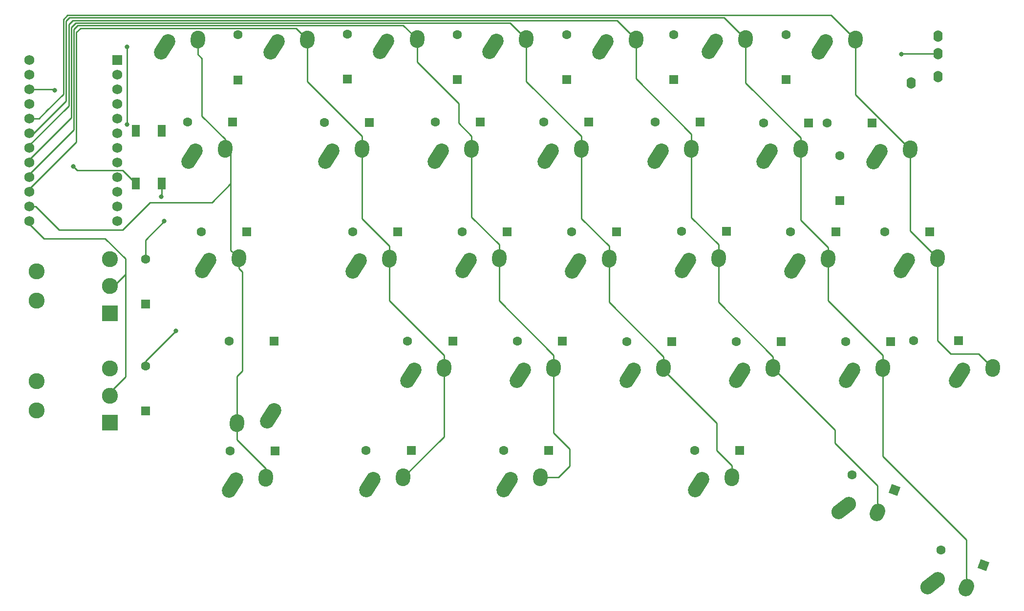
<source format=gbl>
G04 #@! TF.GenerationSoftware,KiCad,Pcbnew,(6.0.10-0)*
G04 #@! TF.CreationDate,2022-12-25T19:45:41-08:00*
G04 #@! TF.ProjectId,left,6c656674-2e6b-4696-9361-645f70636258,rev?*
G04 #@! TF.SameCoordinates,Original*
G04 #@! TF.FileFunction,Copper,L2,Bot*
G04 #@! TF.FilePolarity,Positive*
%FSLAX46Y46*%
G04 Gerber Fmt 4.6, Leading zero omitted, Abs format (unit mm)*
G04 Created by KiCad (PCBNEW (6.0.10-0)) date 2022-12-25 19:45:41*
%MOMM*%
%LPD*%
G01*
G04 APERTURE LIST*
G04 Aperture macros list*
%AMHorizOval*
0 Thick line with rounded ends*
0 $1 width*
0 $2 $3 position (X,Y) of the first rounded end (center of the circle)*
0 $4 $5 position (X,Y) of the second rounded end (center of the circle)*
0 Add line between two ends*
20,1,$1,$2,$3,$4,$5,0*
0 Add two circle primitives to create the rounded ends*
1,1,$1,$2,$3*
1,1,$1,$4,$5*%
%AMRotRect*
0 Rectangle, with rotation*
0 The origin of the aperture is its center*
0 $1 length*
0 $2 width*
0 $3 Rotation angle, in degrees counterclockwise*
0 Add horizontal line*
21,1,$1,$2,0,0,$3*%
G04 Aperture macros list end*
G04 #@! TA.AperFunction,ComponentPad*
%ADD10R,1.600000X1.600000*%
G04 #@! TD*
G04 #@! TA.AperFunction,ComponentPad*
%ADD11C,1.600000*%
G04 #@! TD*
G04 #@! TA.AperFunction,ComponentPad*
%ADD12RotRect,1.600000X1.600000X160.000000*%
G04 #@! TD*
G04 #@! TA.AperFunction,ComponentPad*
%ADD13HorizOval,2.500000X-0.604462X-0.948815X0.604462X0.948815X0*%
G04 #@! TD*
G04 #@! TA.AperFunction,ComponentPad*
%ADD14HorizOval,2.500000X-0.019724X-0.289328X0.019724X0.289328X0*%
G04 #@! TD*
G04 #@! TA.AperFunction,ComponentPad*
%ADD15HorizOval,2.500000X0.604462X0.948815X-0.604462X-0.948815X0*%
G04 #@! TD*
G04 #@! TA.AperFunction,ComponentPad*
%ADD16HorizOval,2.500000X0.019724X0.289328X-0.019724X-0.289328X0*%
G04 #@! TD*
G04 #@! TA.AperFunction,ComponentPad*
%ADD17O,1.600000X2.000000*%
G04 #@! TD*
G04 #@! TA.AperFunction,ComponentPad*
%ADD18HorizOval,2.500000X-0.892523X-0.684857X0.892523X0.684857X0*%
G04 #@! TD*
G04 #@! TA.AperFunction,ComponentPad*
%ADD19HorizOval,2.500000X-0.117491X-0.265134X0.117491X0.265134X0*%
G04 #@! TD*
G04 #@! TA.AperFunction,ComponentPad*
%ADD20R,2.775000X2.775000*%
G04 #@! TD*
G04 #@! TA.AperFunction,ComponentPad*
%ADD21C,2.775000*%
G04 #@! TD*
G04 #@! TA.AperFunction,SMDPad,CuDef*
%ADD22R,1.400000X2.100000*%
G04 #@! TD*
G04 #@! TA.AperFunction,ComponentPad*
%ADD23R,1.752600X1.752600*%
G04 #@! TD*
G04 #@! TA.AperFunction,ComponentPad*
%ADD24C,1.752600*%
G04 #@! TD*
G04 #@! TA.AperFunction,ViaPad*
%ADD25C,0.800000*%
G04 #@! TD*
G04 #@! TA.AperFunction,Conductor*
%ADD26C,0.250000*%
G04 #@! TD*
G04 APERTURE END LIST*
D10*
X76000000Y-41475000D03*
D11*
X76000000Y-33675000D03*
D10*
X95000000Y-41325000D03*
D11*
X95000000Y-33525000D03*
D10*
X114000000Y-41400000D03*
D11*
X114000000Y-33600000D03*
D10*
X75100000Y-48800000D03*
D11*
X67300000Y-48800000D03*
D10*
X77500000Y-67800000D03*
D11*
X69700000Y-67800000D03*
D10*
X82250000Y-86825000D03*
D11*
X74450000Y-86825000D03*
D10*
X82425000Y-105850000D03*
D11*
X74625000Y-105850000D03*
D10*
X103725000Y-67850000D03*
D11*
X95925000Y-67850000D03*
D10*
X106025000Y-105775000D03*
D11*
X98225000Y-105775000D03*
D10*
X118025000Y-48825000D03*
D11*
X110225000Y-48825000D03*
D10*
X122650000Y-67800000D03*
D11*
X114850000Y-67800000D03*
D10*
X132250000Y-86825000D03*
D11*
X124450000Y-86825000D03*
D10*
X129850000Y-105800000D03*
D11*
X122050000Y-105800000D03*
D10*
X133000000Y-41400000D03*
D11*
X133000000Y-33600000D03*
D10*
X136775000Y-48800000D03*
D11*
X128975000Y-48800000D03*
D10*
X141625000Y-67825000D03*
D11*
X133825000Y-67825000D03*
D10*
X151200000Y-86850000D03*
D11*
X143400000Y-86850000D03*
D10*
X163000000Y-105800000D03*
D11*
X155200000Y-105800000D03*
D10*
X151500000Y-41400000D03*
D11*
X151500000Y-33600000D03*
D10*
X156125000Y-48825000D03*
D11*
X148325000Y-48825000D03*
D10*
X160675000Y-67775000D03*
D11*
X152875000Y-67775000D03*
D10*
X170175000Y-86850000D03*
D11*
X162375000Y-86850000D03*
D10*
X171000000Y-41400000D03*
D11*
X171000000Y-33600000D03*
D10*
X174900000Y-49000000D03*
D11*
X167100000Y-49000000D03*
D10*
X179600000Y-67825000D03*
D11*
X171800000Y-67825000D03*
D10*
X189125000Y-86850000D03*
D11*
X181325000Y-86850000D03*
D12*
X205214801Y-125708879D03*
D11*
X197885199Y-123041121D03*
D10*
X185900000Y-49000000D03*
D11*
X178100000Y-49000000D03*
D10*
X180280000Y-62400000D03*
D11*
X180280000Y-54600000D03*
D10*
X195900000Y-67825000D03*
D11*
X188100000Y-67825000D03*
D13*
X63270000Y-35730000D03*
D14*
X69045000Y-34460000D03*
D13*
X82245000Y-35730000D03*
D14*
X88020000Y-34460000D03*
D13*
X101270000Y-35705000D03*
D14*
X107045000Y-34435000D03*
D13*
X68020000Y-54705000D03*
D14*
X73795000Y-53435000D03*
D13*
X70395000Y-73705000D03*
D14*
X76170000Y-72435000D03*
D15*
X81655000Y-99745000D03*
D16*
X75880000Y-101015000D03*
D13*
X75095000Y-111755000D03*
D14*
X80870000Y-110485000D03*
D13*
X91745000Y-54755000D03*
D14*
X97520000Y-53485000D03*
D13*
X96495000Y-73755000D03*
D14*
X102270000Y-72485000D03*
D13*
X105945000Y-92730000D03*
D14*
X111720000Y-91460000D03*
D13*
X98870000Y-111705000D03*
D14*
X104645000Y-110435000D03*
D13*
X110745000Y-54705000D03*
D14*
X116520000Y-53435000D03*
D13*
X115520000Y-73705000D03*
D14*
X121295000Y-72435000D03*
D13*
X124970000Y-92730000D03*
D14*
X130745000Y-91460000D03*
D13*
X122620000Y-111730000D03*
D14*
X128395000Y-110460000D03*
D13*
X120220000Y-35705000D03*
D14*
X125995000Y-34435000D03*
D13*
X129745000Y-54730000D03*
D14*
X135520000Y-53460000D03*
D13*
X134545000Y-73730000D03*
D14*
X140320000Y-72460000D03*
D13*
X143970000Y-92755000D03*
D14*
X149745000Y-91485000D03*
D13*
X155870000Y-111730000D03*
D14*
X161645000Y-110460000D03*
D13*
X139245000Y-35730000D03*
D14*
X145020000Y-34460000D03*
D13*
X148845000Y-54730000D03*
D14*
X154620000Y-53460000D03*
D13*
X153545000Y-73680000D03*
D14*
X159320000Y-72410000D03*
D13*
X162970000Y-92755000D03*
D14*
X168745000Y-91485000D03*
D13*
X158220000Y-35705000D03*
D14*
X163995000Y-34435000D03*
D13*
X167745000Y-54730000D03*
D14*
X173520000Y-53460000D03*
D13*
X172495000Y-73730000D03*
D14*
X178270000Y-72460000D03*
D13*
X181970000Y-92755000D03*
D14*
X187745000Y-91485000D03*
D13*
X177245000Y-35730000D03*
D14*
X183020000Y-34460000D03*
D13*
X186745000Y-54780000D03*
D14*
X192520000Y-53510000D03*
D13*
X191495000Y-73705000D03*
D14*
X197270000Y-72435000D03*
D13*
X201020000Y-92705000D03*
D14*
X206795000Y-91435000D03*
D17*
X192700000Y-42027500D03*
X197300000Y-40927500D03*
X197300000Y-36927500D03*
X197300000Y-33927500D03*
D18*
X180970211Y-115729006D03*
D19*
X186831302Y-116510763D03*
D18*
X196420211Y-128804006D03*
D19*
X202281302Y-129585763D03*
D10*
X113225000Y-86825000D03*
D11*
X105425000Y-86825000D03*
D10*
X98775000Y-48850000D03*
D11*
X90975000Y-48850000D03*
D10*
X200900000Y-86725000D03*
D11*
X193100000Y-86725000D03*
D12*
X189764801Y-112633879D03*
D11*
X182435199Y-109966121D03*
D10*
X60000000Y-80400000D03*
D11*
X60000000Y-72600000D03*
D20*
X53840000Y-81950000D03*
D21*
X53840000Y-77250000D03*
X53840000Y-72550000D03*
X41140000Y-79790000D03*
X41140000Y-74710000D03*
D10*
X60000000Y-98900000D03*
D11*
X60000000Y-91100000D03*
D20*
X53786250Y-100950000D03*
D21*
X53786250Y-96250000D03*
X53786250Y-91550000D03*
X41086250Y-98790000D03*
X41086250Y-93710000D03*
D22*
X58300000Y-50330000D03*
X58300000Y-59430000D03*
X62800000Y-50330000D03*
X62800000Y-59430000D03*
D23*
X55120000Y-38030000D03*
D24*
X55120000Y-40570000D03*
X55120000Y-43110000D03*
X55120000Y-45650000D03*
X55120000Y-48190000D03*
X55120000Y-50730000D03*
X55120000Y-53270000D03*
X55120000Y-55810000D03*
X55120000Y-58350000D03*
X55120000Y-60890000D03*
X55120000Y-63430000D03*
X55120000Y-65970000D03*
X39880000Y-65970000D03*
X39880000Y-63430000D03*
X39880000Y-60890000D03*
X39880000Y-58350000D03*
X39880000Y-55810000D03*
X39880000Y-53270000D03*
X39880000Y-50730000D03*
X39880000Y-48190000D03*
X39880000Y-45650000D03*
X39880000Y-43110000D03*
X39880000Y-40570000D03*
X39880000Y-38030000D03*
D25*
X56750000Y-35750000D03*
X56750000Y-49250000D03*
X63250000Y-66000000D03*
X65250000Y-85000000D03*
X191000000Y-37000000D03*
X62750000Y-61750000D03*
X47500000Y-56500000D03*
X44250000Y-43250000D03*
D26*
X56750000Y-49250000D02*
X56750000Y-35750000D01*
X60000000Y-72600000D02*
X60000000Y-69250000D01*
X60000000Y-69250000D02*
X63250000Y-66000000D01*
X60000000Y-91100000D02*
X60000000Y-90250000D01*
X60000000Y-90250000D02*
X65250000Y-85000000D01*
X53000000Y-69000000D02*
X56500000Y-72500000D01*
X39380000Y-65970000D02*
X42410000Y-69000000D01*
X53340000Y-78402500D02*
X56492500Y-75250000D01*
X56500000Y-72500000D02*
X56500000Y-75250000D01*
X56492500Y-75250000D02*
X56500000Y-75250000D01*
X42410000Y-69000000D02*
X53000000Y-69000000D01*
X56500000Y-92968750D02*
X53286250Y-96182500D01*
X56500000Y-75250000D02*
X56500000Y-92968750D01*
X69750000Y-47750000D02*
X73795000Y-51795000D01*
X76750000Y-74750000D02*
X76750000Y-92000000D01*
X76170000Y-74170000D02*
X76750000Y-74750000D01*
X76170000Y-72435000D02*
X76170000Y-74170000D01*
X74750000Y-58000000D02*
X74750000Y-59500000D01*
X69045000Y-37045000D02*
X69750000Y-37750000D01*
X56000000Y-67500000D02*
X45000000Y-67500000D01*
X75880000Y-103880000D02*
X80870000Y-108870000D01*
X76750000Y-92000000D02*
X76000000Y-92750000D01*
X73795000Y-53435000D02*
X74750000Y-54390000D01*
X74750000Y-71015000D02*
X76170000Y-72435000D01*
X69045000Y-34460000D02*
X69045000Y-37045000D01*
X75880000Y-92870000D02*
X76000000Y-92750000D01*
X74750000Y-54390000D02*
X74750000Y-58000000D01*
X74750000Y-59500000D02*
X71500000Y-62750000D01*
X75880000Y-101015000D02*
X75880000Y-92870000D01*
X60750000Y-62750000D02*
X56000000Y-67500000D01*
X40930000Y-63430000D02*
X45000000Y-67500000D01*
X69750000Y-37750000D02*
X69750000Y-47750000D01*
X73795000Y-51795000D02*
X73795000Y-53435000D01*
X75880000Y-101015000D02*
X75880000Y-103880000D01*
X39380000Y-63430000D02*
X40930000Y-63430000D01*
X80870000Y-108870000D02*
X80870000Y-110485000D01*
X71500000Y-62750000D02*
X60750000Y-62750000D01*
X74750000Y-58000000D02*
X74750000Y-71015000D01*
X86060000Y-32500000D02*
X88020000Y-34460000D01*
X88020000Y-41770000D02*
X97520000Y-51270000D01*
X97520000Y-53485000D02*
X97520000Y-65520000D01*
X97520000Y-65520000D02*
X102270000Y-70270000D01*
X102270000Y-79770000D02*
X111720000Y-89220000D01*
X111720000Y-89220000D02*
X111720000Y-91460000D01*
X48025000Y-52245000D02*
X48025000Y-45520938D01*
X102270000Y-70270000D02*
X102270000Y-72485000D01*
X39380000Y-60890000D02*
X48025000Y-52245000D01*
X88020000Y-34460000D02*
X88020000Y-41770000D01*
X48750000Y-32500000D02*
X86060000Y-32500000D01*
X102270000Y-72485000D02*
X102270000Y-79770000D01*
X48024500Y-33225500D02*
X48750000Y-32500000D01*
X48024500Y-45521438D02*
X48024500Y-33225500D01*
X111720000Y-103360000D02*
X104645000Y-110435000D01*
X111720000Y-91460000D02*
X111720000Y-103360000D01*
X97520000Y-51270000D02*
X97520000Y-53485000D01*
X107045000Y-34435000D02*
X107045000Y-38398686D01*
X116520000Y-51270000D02*
X116520000Y-53435000D01*
X121295000Y-79795000D02*
X130745000Y-89245000D01*
X107045000Y-38398686D02*
X114250000Y-45603686D01*
X39380000Y-58350000D02*
X47575000Y-50155000D01*
X130745000Y-89245000D02*
X130745000Y-91460000D01*
X133500000Y-105500000D02*
X133500000Y-108500000D01*
X121295000Y-72435000D02*
X121295000Y-79795000D01*
X121295000Y-70045000D02*
X121295000Y-72435000D01*
X116520000Y-53435000D02*
X116520000Y-65270000D01*
X130745000Y-102745000D02*
X133500000Y-105500000D01*
X114250000Y-45603686D02*
X114250000Y-49000000D01*
X130745000Y-91460000D02*
X130745000Y-102745000D01*
X47575000Y-32675000D02*
X48200000Y-32050000D01*
X131540000Y-110460000D02*
X128395000Y-110460000D01*
X104660000Y-32050000D02*
X107045000Y-34435000D01*
X48200000Y-32050000D02*
X104660000Y-32050000D01*
X114250000Y-49000000D02*
X116520000Y-51270000D01*
X47575000Y-50155000D02*
X47575000Y-32675000D01*
X116520000Y-65270000D02*
X121295000Y-70045000D01*
X133500000Y-108500000D02*
X131540000Y-110460000D01*
X140320000Y-80070000D02*
X149745000Y-89495000D01*
X39380000Y-55810000D02*
X47125000Y-48065000D01*
X161645000Y-108395000D02*
X161645000Y-110460000D01*
X140320000Y-70320000D02*
X140320000Y-72460000D01*
X159000000Y-101049052D02*
X159000000Y-105750000D01*
X159000000Y-105750000D02*
X161645000Y-108395000D01*
X123160000Y-31600000D02*
X125995000Y-34435000D01*
X135520000Y-51270000D02*
X135520000Y-53460000D01*
X135520000Y-53460000D02*
X135520000Y-65520000D01*
X47125000Y-48065000D02*
X47125000Y-32375000D01*
X47900000Y-31600000D02*
X123160000Y-31600000D01*
X149745000Y-89495000D02*
X149745000Y-91485000D01*
X125995000Y-34435000D02*
X125995000Y-41745000D01*
X140320000Y-72460000D02*
X140320000Y-80070000D01*
X149745000Y-91485000D02*
X149745000Y-91794052D01*
X47125000Y-32375000D02*
X47900000Y-31600000D01*
X135520000Y-65520000D02*
X140320000Y-70320000D01*
X149745000Y-91794052D02*
X159000000Y-101049052D01*
X125995000Y-41745000D02*
X135520000Y-51270000D01*
X159320000Y-80070000D02*
X168745000Y-89495000D01*
X154620000Y-53460000D02*
X154620000Y-65370000D01*
X168745000Y-91485000D02*
X179500000Y-102240000D01*
X168745000Y-89495000D02*
X168745000Y-91485000D01*
X159320000Y-72410000D02*
X159320000Y-80070000D01*
X179500000Y-104500000D02*
X186831302Y-111831302D01*
X46675000Y-45975000D02*
X46675000Y-31825000D01*
X46675000Y-31825000D02*
X47350000Y-31150000D01*
X145020000Y-34460000D02*
X145020000Y-41270000D01*
X159320000Y-70070000D02*
X159320000Y-72410000D01*
X154620000Y-65370000D02*
X159320000Y-70070000D01*
X39380000Y-53270000D02*
X46675000Y-45975000D01*
X141710000Y-31150000D02*
X145020000Y-34460000D01*
X47350000Y-31150000D02*
X141710000Y-31150000D01*
X145020000Y-41270000D02*
X154620000Y-50870000D01*
X179500000Y-102240000D02*
X179500000Y-104500000D01*
X154620000Y-50870000D02*
X154620000Y-53460000D01*
X186831302Y-111831302D02*
X186831302Y-116510763D01*
X187745000Y-106745000D02*
X202281302Y-121281302D01*
X46800000Y-30700000D02*
X160260000Y-30700000D01*
X173520000Y-51520000D02*
X173520000Y-53460000D01*
X187745000Y-89245000D02*
X187745000Y-91485000D01*
X202281302Y-121281302D02*
X202281302Y-129585763D01*
X40619275Y-50730000D02*
X46225000Y-45124275D01*
X46225000Y-44111025D02*
X46225000Y-31275000D01*
X173520000Y-65770000D02*
X178270000Y-70520000D01*
X160260000Y-30700000D02*
X163995000Y-34435000D01*
X46225000Y-45124275D02*
X46225000Y-43975000D01*
X178270000Y-72460000D02*
X178270000Y-79770000D01*
X163995000Y-34435000D02*
X163995000Y-41995000D01*
X178270000Y-70520000D02*
X178270000Y-72460000D01*
X46225000Y-31275000D02*
X46800000Y-30700000D01*
X178270000Y-79770000D02*
X187745000Y-89245000D01*
X39380000Y-50730000D02*
X40619275Y-50730000D01*
X163995000Y-41995000D02*
X173520000Y-51520000D01*
X187745000Y-91485000D02*
X187745000Y-106745000D01*
X173520000Y-53460000D02*
X173520000Y-65770000D01*
X191072500Y-36927500D02*
X197300000Y-36927500D01*
X191000000Y-37000000D02*
X191072500Y-36927500D01*
X62800000Y-59430000D02*
X62800000Y-61700000D01*
X62800000Y-61700000D02*
X62750000Y-61750000D01*
X39380000Y-43110000D02*
X44110000Y-43110000D01*
X44110000Y-43110000D02*
X44250000Y-43250000D01*
X47500000Y-56500000D02*
X48148700Y-57148700D01*
X56018700Y-57148700D02*
X58300000Y-59430000D01*
X48148700Y-57148700D02*
X56018700Y-57148700D01*
X41509630Y-48190000D02*
X42849815Y-46849815D01*
X197250000Y-86750000D02*
X199500000Y-89000000D01*
X183020000Y-34460000D02*
X183020000Y-44010000D01*
X46500000Y-30250000D02*
X178810000Y-30250000D01*
X197270000Y-72435000D02*
X197270000Y-86730000D01*
X183020000Y-44010000D02*
X192520000Y-53510000D01*
X45775000Y-43924629D02*
X45775000Y-34025000D01*
X192520000Y-53510000D02*
X192520000Y-67685000D01*
X45750000Y-34000000D02*
X45750000Y-31000000D01*
X199500000Y-89000000D02*
X204360000Y-89000000D01*
X192520000Y-67685000D02*
X197270000Y-72435000D01*
X197270000Y-86730000D02*
X197250000Y-86750000D01*
X42849815Y-46849815D02*
X45775000Y-43924629D01*
X45750000Y-31000000D02*
X46500000Y-30250000D01*
X45775000Y-34025000D02*
X45750000Y-34000000D01*
X39380000Y-48190000D02*
X41509630Y-48190000D01*
X178810000Y-30250000D02*
X183020000Y-34460000D01*
X204360000Y-89000000D02*
X206795000Y-91435000D01*
M02*

</source>
